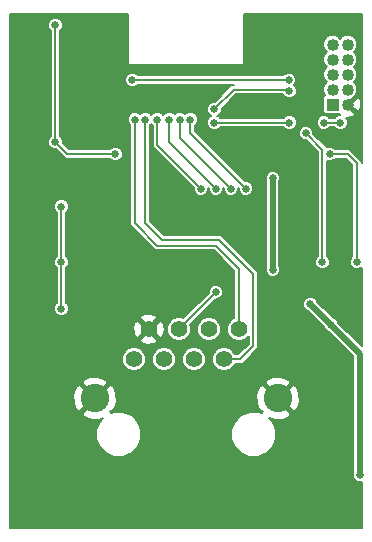
<source format=gbr>
G04 #@! TF.FileFunction,Copper,L2,Bot,Signal*
%FSLAX46Y46*%
G04 Gerber Fmt 4.6, Leading zero omitted, Abs format (unit mm)*
G04 Created by KiCad (PCBNEW 4.0.4-stable) date Sunday, February 26, 2017 'PMt' 06:01:27 PM*
%MOMM*%
%LPD*%
G01*
G04 APERTURE LIST*
%ADD10C,0.100000*%
%ADD11C,1.397000*%
%ADD12C,2.413000*%
%ADD13R,1.016000X1.016000*%
%ADD14C,1.016000*%
%ADD15C,0.635000*%
%ADD16C,0.508000*%
%ADD17C,0.203200*%
G04 APERTURE END LIST*
D10*
D11*
X140639800Y-82905600D03*
X141909800Y-80365600D03*
X143179800Y-82905600D03*
X144449800Y-80365600D03*
X145719800Y-82905600D03*
X146989800Y-80365600D03*
X148259800Y-82905600D03*
X149529800Y-80365600D03*
D12*
X152834800Y-86205600D03*
X137334800Y-86205600D03*
D13*
X157480000Y-61341000D03*
D14*
X158750000Y-61341000D03*
X157480000Y-60071000D03*
X158750000Y-60071000D03*
X157480000Y-58801000D03*
X158750000Y-58801000D03*
X157480000Y-57531000D03*
X158750000Y-57531000D03*
X157480000Y-56261000D03*
X158750000Y-56261000D03*
D15*
X155956000Y-67818000D03*
X158369000Y-71247000D03*
X158866840Y-64008000D03*
X153797000Y-58293000D03*
X148463000Y-63754000D03*
X157480000Y-82804000D03*
X154432000Y-92710000D03*
X155194000Y-95504000D03*
X143764000Y-68326000D03*
X137541000Y-74676000D03*
X131064000Y-80518000D03*
X132842000Y-71755000D03*
X131064000Y-76200000D03*
X131064000Y-68580000D03*
X131064000Y-60198000D03*
X130683000Y-57404000D03*
X139827000Y-55626000D03*
X152400000Y-75311000D03*
X152400000Y-67564000D03*
X157353000Y-80010000D03*
X155575000Y-78232000D03*
X159766000Y-92710000D03*
X134493000Y-74676000D03*
X134493000Y-69977000D03*
X134493000Y-78613000D03*
X133985000Y-54610000D03*
X139065000Y-65532000D03*
X133985000Y-64516000D03*
X147574000Y-77216000D03*
X141605000Y-62611000D03*
X140716000Y-62611000D03*
X159512000Y-74676000D03*
X157226000Y-65532000D03*
X156591000Y-74676000D03*
X155194000Y-63754000D03*
X147574000Y-68453000D03*
X143637000Y-62611000D03*
X148844000Y-68453000D03*
X144526000Y-62611000D03*
X150114000Y-68453000D03*
X145415000Y-62611000D03*
X146304000Y-68453000D03*
X142621000Y-62611000D03*
X153771600Y-59258200D03*
X140487400Y-59258200D03*
X147447000Y-61722000D03*
X153797000Y-60198000D03*
X147447000Y-62865000D03*
X158115000Y-62865000D03*
X156718000Y-62865000D03*
X153797000Y-62865000D03*
D16*
X152400000Y-67564000D02*
X152400000Y-75311000D01*
X159766000Y-82423000D02*
X157353000Y-80010000D01*
X157353000Y-80010000D02*
X155575000Y-78232000D01*
X159766000Y-92710000D02*
X159766000Y-82423000D01*
D17*
X134493000Y-78613000D02*
X134493000Y-74676000D01*
X134493000Y-74676000D02*
X134493000Y-69977000D01*
X133985000Y-64516000D02*
X133985000Y-54610000D01*
X135001000Y-65532000D02*
X139065000Y-65532000D01*
X133985000Y-64516000D02*
X135001000Y-65532000D01*
X144449800Y-80365600D02*
X147574000Y-77241400D01*
X147574000Y-77241400D02*
X147574000Y-77216000D01*
X149631400Y-82905600D02*
X148259800Y-82905600D01*
X150749000Y-81788000D02*
X149631400Y-82905600D01*
X150749000Y-75692000D02*
X150749000Y-81788000D01*
X147828000Y-72771000D02*
X150749000Y-75692000D01*
X143002000Y-72771000D02*
X147828000Y-72771000D01*
X141605000Y-71374000D02*
X143002000Y-72771000D01*
X141605000Y-62611000D02*
X141605000Y-71374000D01*
X149529800Y-75234800D02*
X149529800Y-80365600D01*
X147574000Y-73279000D02*
X149529800Y-75234800D01*
X142621000Y-73279000D02*
X147574000Y-73279000D01*
X140716000Y-71374000D02*
X142621000Y-73279000D01*
X140716000Y-62611000D02*
X140716000Y-71374000D01*
X158750000Y-65532000D02*
X157226000Y-65532000D01*
X159512000Y-66294000D02*
X158750000Y-65532000D01*
X159512000Y-74676000D02*
X159512000Y-66294000D01*
X156591000Y-65659000D02*
X156591000Y-65151000D01*
X156591000Y-74676000D02*
X156591000Y-65659000D01*
X156591000Y-65151000D02*
X155194000Y-63754000D01*
X143637000Y-64516000D02*
X147574000Y-68453000D01*
X143637000Y-62611000D02*
X143637000Y-64516000D01*
X144526000Y-64135000D02*
X148844000Y-68453000D01*
X144526000Y-62611000D02*
X144526000Y-64135000D01*
X145415000Y-63754000D02*
X150114000Y-68453000D01*
X145415000Y-62611000D02*
X145415000Y-63754000D01*
X142621000Y-64770000D02*
X146304000Y-68453000D01*
X142621000Y-62611000D02*
X142621000Y-64770000D01*
X153771600Y-59258200D02*
X140487400Y-59258200D01*
X149098000Y-60071000D02*
X153670000Y-60071000D01*
X147447000Y-61722000D02*
X149098000Y-60071000D01*
X153670000Y-60071000D02*
X153797000Y-60198000D01*
X147447000Y-62865000D02*
X153797000Y-62865000D01*
X156718000Y-62865000D02*
X158115000Y-62865000D01*
G36*
X140106400Y-57912000D02*
X140114405Y-57951528D01*
X140137157Y-57984828D01*
X140171073Y-58006652D01*
X140208000Y-58013600D01*
X149860000Y-58013600D01*
X149899528Y-58005595D01*
X149932828Y-57982843D01*
X149954652Y-57948927D01*
X149961600Y-57912000D01*
X149961600Y-53695600D01*
X159918400Y-53695600D01*
X159918400Y-66294000D01*
X159887465Y-66138477D01*
X159799368Y-66006632D01*
X159037368Y-65244632D01*
X158905523Y-65156535D01*
X158750000Y-65125600D01*
X157699607Y-65125600D01*
X157578965Y-65004747D01*
X157350326Y-64909808D01*
X157102760Y-64909592D01*
X156950982Y-64972305D01*
X156878368Y-64863632D01*
X155816259Y-63801523D01*
X155816408Y-63630760D01*
X155721868Y-63401956D01*
X155546965Y-63226747D01*
X155318326Y-63131808D01*
X155070760Y-63131592D01*
X154841956Y-63226132D01*
X154666747Y-63401035D01*
X154571808Y-63629674D01*
X154571592Y-63877240D01*
X154666132Y-64106044D01*
X154841035Y-64281253D01*
X155069674Y-64376192D01*
X155241606Y-64376342D01*
X156184600Y-65319336D01*
X156184600Y-74202393D01*
X156063747Y-74323035D01*
X155968808Y-74551674D01*
X155968592Y-74799240D01*
X156063132Y-75028044D01*
X156238035Y-75203253D01*
X156466674Y-75298192D01*
X156714240Y-75298408D01*
X156943044Y-75203868D01*
X157118253Y-75028965D01*
X157213192Y-74800326D01*
X157213408Y-74552760D01*
X157118868Y-74323956D01*
X156997400Y-74202275D01*
X156997400Y-66110894D01*
X157101674Y-66154192D01*
X157349240Y-66154408D01*
X157578044Y-66059868D01*
X157699725Y-65938400D01*
X158581664Y-65938400D01*
X159105600Y-66462336D01*
X159105600Y-74202393D01*
X158984747Y-74323035D01*
X158889808Y-74551674D01*
X158889592Y-74799240D01*
X158984132Y-75028044D01*
X159159035Y-75203253D01*
X159387674Y-75298192D01*
X159635240Y-75298408D01*
X159864044Y-75203868D01*
X159918400Y-75149607D01*
X159918400Y-81785138D01*
X157943994Y-79810732D01*
X157880868Y-79657956D01*
X157705965Y-79482747D01*
X157552132Y-79418870D01*
X156165994Y-78032732D01*
X156102868Y-77879956D01*
X155927965Y-77704747D01*
X155699326Y-77609808D01*
X155451760Y-77609592D01*
X155222956Y-77704132D01*
X155047747Y-77879035D01*
X154952808Y-78107674D01*
X154952592Y-78355240D01*
X155047132Y-78584044D01*
X155222035Y-78759253D01*
X155375868Y-78823130D01*
X156762006Y-80209268D01*
X156825132Y-80362044D01*
X157000035Y-80537253D01*
X157153868Y-80601130D01*
X159207200Y-82654462D01*
X159207200Y-92433009D01*
X159143808Y-92585674D01*
X159143592Y-92833240D01*
X159238132Y-93062044D01*
X159413035Y-93237253D01*
X159641674Y-93332192D01*
X159889240Y-93332408D01*
X159918400Y-93320359D01*
X159918400Y-97180400D01*
X130149600Y-97180400D01*
X130149600Y-87510093D01*
X136245833Y-87510093D01*
X136373397Y-87788137D01*
X137052190Y-88035586D01*
X137774007Y-88004437D01*
X138035507Y-87896121D01*
X137755931Y-88175209D01*
X137465332Y-88875050D01*
X137464670Y-89632826D01*
X137754048Y-90333173D01*
X138289409Y-90869469D01*
X138989250Y-91160068D01*
X139747026Y-91160730D01*
X140447373Y-90871352D01*
X140983669Y-90335991D01*
X141274268Y-89636150D01*
X141274270Y-89632826D01*
X148894670Y-89632826D01*
X149184048Y-90333173D01*
X149719409Y-90869469D01*
X150419250Y-91160068D01*
X151177026Y-91160730D01*
X151877373Y-90871352D01*
X152413669Y-90335991D01*
X152704268Y-89636150D01*
X152704930Y-88878374D01*
X152415552Y-88178027D01*
X152113841Y-87875789D01*
X152552190Y-88035586D01*
X153274007Y-88004437D01*
X153796203Y-87788137D01*
X153923767Y-87510093D01*
X152834800Y-86421126D01*
X152820658Y-86435269D01*
X152605132Y-86219743D01*
X152619274Y-86205600D01*
X153050326Y-86205600D01*
X154139293Y-87294567D01*
X154417337Y-87167003D01*
X154664786Y-86488210D01*
X154633637Y-85766393D01*
X154417337Y-85244197D01*
X154139293Y-85116633D01*
X153050326Y-86205600D01*
X152619274Y-86205600D01*
X151530307Y-85116633D01*
X151252263Y-85244197D01*
X151004814Y-85922990D01*
X151035963Y-86644807D01*
X151252263Y-87167003D01*
X151530305Y-87294566D01*
X151419108Y-87405763D01*
X151495224Y-87481879D01*
X151180350Y-87351132D01*
X150422574Y-87350470D01*
X149722227Y-87639848D01*
X149185931Y-88175209D01*
X148895332Y-88875050D01*
X148894670Y-89632826D01*
X141274270Y-89632826D01*
X141274930Y-88878374D01*
X140985552Y-88178027D01*
X140450191Y-87641731D01*
X139750350Y-87351132D01*
X138992574Y-87350470D01*
X138674261Y-87481994D01*
X138750492Y-87405763D01*
X138639295Y-87294566D01*
X138917337Y-87167003D01*
X139164786Y-86488210D01*
X139133637Y-85766393D01*
X138917337Y-85244197D01*
X138639293Y-85116633D01*
X137550326Y-86205600D01*
X137564469Y-86219743D01*
X137348943Y-86435269D01*
X137334800Y-86421126D01*
X136245833Y-87510093D01*
X130149600Y-87510093D01*
X130149600Y-85922990D01*
X135504814Y-85922990D01*
X135535963Y-86644807D01*
X135752263Y-87167003D01*
X136030307Y-87294567D01*
X137119274Y-86205600D01*
X136030307Y-85116633D01*
X135752263Y-85244197D01*
X135504814Y-85922990D01*
X130149600Y-85922990D01*
X130149600Y-84901107D01*
X136245833Y-84901107D01*
X137334800Y-85990074D01*
X138423767Y-84901107D01*
X151745833Y-84901107D01*
X152834800Y-85990074D01*
X153923767Y-84901107D01*
X153796203Y-84623063D01*
X153117410Y-84375614D01*
X152395593Y-84406763D01*
X151873397Y-84623063D01*
X151745833Y-84901107D01*
X138423767Y-84901107D01*
X138296203Y-84623063D01*
X137617410Y-84375614D01*
X136895593Y-84406763D01*
X136373397Y-84623063D01*
X136245833Y-84901107D01*
X130149600Y-84901107D01*
X130149600Y-83104293D01*
X139636326Y-83104293D01*
X139788748Y-83473181D01*
X140070734Y-83755661D01*
X140439356Y-83908726D01*
X140838493Y-83909074D01*
X141207381Y-83756652D01*
X141489861Y-83474666D01*
X141642926Y-83106044D01*
X141642927Y-83104293D01*
X142176326Y-83104293D01*
X142328748Y-83473181D01*
X142610734Y-83755661D01*
X142979356Y-83908726D01*
X143378493Y-83909074D01*
X143747381Y-83756652D01*
X144029861Y-83474666D01*
X144182926Y-83106044D01*
X144182927Y-83104293D01*
X144716326Y-83104293D01*
X144868748Y-83473181D01*
X145150734Y-83755661D01*
X145519356Y-83908726D01*
X145918493Y-83909074D01*
X146287381Y-83756652D01*
X146569861Y-83474666D01*
X146722926Y-83106044D01*
X146723274Y-82706907D01*
X146570852Y-82338019D01*
X146288866Y-82055539D01*
X145920244Y-81902474D01*
X145521107Y-81902126D01*
X145152219Y-82054548D01*
X144869739Y-82336534D01*
X144716674Y-82705156D01*
X144716326Y-83104293D01*
X144182927Y-83104293D01*
X144183274Y-82706907D01*
X144030852Y-82338019D01*
X143748866Y-82055539D01*
X143380244Y-81902474D01*
X142981107Y-81902126D01*
X142612219Y-82054548D01*
X142329739Y-82336534D01*
X142176674Y-82705156D01*
X142176326Y-83104293D01*
X141642927Y-83104293D01*
X141643274Y-82706907D01*
X141490852Y-82338019D01*
X141208866Y-82055539D01*
X140840244Y-81902474D01*
X140441107Y-81902126D01*
X140072219Y-82054548D01*
X139789739Y-82336534D01*
X139636674Y-82705156D01*
X139636326Y-83104293D01*
X130149600Y-83104293D01*
X130149600Y-81301707D01*
X141189219Y-81301707D01*
X141254284Y-81527119D01*
X141748676Y-81689558D01*
X142267598Y-81650438D01*
X142565316Y-81527119D01*
X142630381Y-81301707D01*
X141909800Y-80581126D01*
X141189219Y-81301707D01*
X130149600Y-81301707D01*
X130149600Y-80204476D01*
X140585842Y-80204476D01*
X140624962Y-80723398D01*
X140748281Y-81021116D01*
X140973693Y-81086181D01*
X141694274Y-80365600D01*
X142125326Y-80365600D01*
X142845907Y-81086181D01*
X143071319Y-81021116D01*
X143221414Y-80564293D01*
X143446326Y-80564293D01*
X143598748Y-80933181D01*
X143880734Y-81215661D01*
X144249356Y-81368726D01*
X144648493Y-81369074D01*
X145017381Y-81216652D01*
X145299861Y-80934666D01*
X145452926Y-80566044D01*
X145452927Y-80564293D01*
X145986326Y-80564293D01*
X146138748Y-80933181D01*
X146420734Y-81215661D01*
X146789356Y-81368726D01*
X147188493Y-81369074D01*
X147557381Y-81216652D01*
X147839861Y-80934666D01*
X147992926Y-80566044D01*
X147993274Y-80166907D01*
X147840852Y-79798019D01*
X147558866Y-79515539D01*
X147190244Y-79362474D01*
X146791107Y-79362126D01*
X146422219Y-79514548D01*
X146139739Y-79796534D01*
X145986674Y-80165156D01*
X145986326Y-80564293D01*
X145452927Y-80564293D01*
X145453274Y-80166907D01*
X145386013Y-80004123D01*
X147551855Y-77838281D01*
X147697240Y-77838408D01*
X147926044Y-77743868D01*
X148101253Y-77568965D01*
X148196192Y-77340326D01*
X148196408Y-77092760D01*
X148101868Y-76863956D01*
X147926965Y-76688747D01*
X147698326Y-76593808D01*
X147450760Y-76593592D01*
X147221956Y-76688132D01*
X147046747Y-76863035D01*
X146951808Y-77091674D01*
X146951636Y-77289028D01*
X144811310Y-79429354D01*
X144650244Y-79362474D01*
X144251107Y-79362126D01*
X143882219Y-79514548D01*
X143599739Y-79796534D01*
X143446674Y-80165156D01*
X143446326Y-80564293D01*
X143221414Y-80564293D01*
X143233758Y-80526724D01*
X143194638Y-80007802D01*
X143071319Y-79710084D01*
X142845907Y-79645019D01*
X142125326Y-80365600D01*
X141694274Y-80365600D01*
X140973693Y-79645019D01*
X140748281Y-79710084D01*
X140585842Y-80204476D01*
X130149600Y-80204476D01*
X130149600Y-79429493D01*
X141189219Y-79429493D01*
X141909800Y-80150074D01*
X142630381Y-79429493D01*
X142565316Y-79204081D01*
X142070924Y-79041642D01*
X141552002Y-79080762D01*
X141254284Y-79204081D01*
X141189219Y-79429493D01*
X130149600Y-79429493D01*
X130149600Y-70100240D01*
X133870592Y-70100240D01*
X133965132Y-70329044D01*
X134086600Y-70450725D01*
X134086600Y-74202393D01*
X133965747Y-74323035D01*
X133870808Y-74551674D01*
X133870592Y-74799240D01*
X133965132Y-75028044D01*
X134086600Y-75149725D01*
X134086600Y-78139393D01*
X133965747Y-78260035D01*
X133870808Y-78488674D01*
X133870592Y-78736240D01*
X133965132Y-78965044D01*
X134140035Y-79140253D01*
X134368674Y-79235192D01*
X134616240Y-79235408D01*
X134845044Y-79140868D01*
X135020253Y-78965965D01*
X135115192Y-78737326D01*
X135115408Y-78489760D01*
X135020868Y-78260956D01*
X134899400Y-78139275D01*
X134899400Y-75149607D01*
X135020253Y-75028965D01*
X135115192Y-74800326D01*
X135115408Y-74552760D01*
X135020868Y-74323956D01*
X134899400Y-74202275D01*
X134899400Y-70450607D01*
X135020253Y-70329965D01*
X135115192Y-70101326D01*
X135115408Y-69853760D01*
X135020868Y-69624956D01*
X134845965Y-69449747D01*
X134617326Y-69354808D01*
X134369760Y-69354592D01*
X134140956Y-69449132D01*
X133965747Y-69624035D01*
X133870808Y-69852674D01*
X133870592Y-70100240D01*
X130149600Y-70100240D01*
X130149600Y-54733240D01*
X133362592Y-54733240D01*
X133457132Y-54962044D01*
X133578600Y-55083725D01*
X133578600Y-64042393D01*
X133457747Y-64163035D01*
X133362808Y-64391674D01*
X133362592Y-64639240D01*
X133457132Y-64868044D01*
X133632035Y-65043253D01*
X133860674Y-65138192D01*
X134032606Y-65138342D01*
X134713632Y-65819368D01*
X134845477Y-65907465D01*
X135001000Y-65938400D01*
X138591393Y-65938400D01*
X138712035Y-66059253D01*
X138940674Y-66154192D01*
X139188240Y-66154408D01*
X139417044Y-66059868D01*
X139592253Y-65884965D01*
X139687192Y-65656326D01*
X139687408Y-65408760D01*
X139592868Y-65179956D01*
X139417965Y-65004747D01*
X139189326Y-64909808D01*
X138941760Y-64909592D01*
X138712956Y-65004132D01*
X138591275Y-65125600D01*
X135169336Y-65125600D01*
X134607259Y-64563523D01*
X134607408Y-64392760D01*
X134512868Y-64163956D01*
X134391400Y-64042275D01*
X134391400Y-62734240D01*
X140093592Y-62734240D01*
X140188132Y-62963044D01*
X140309600Y-63084725D01*
X140309600Y-71374000D01*
X140340535Y-71529523D01*
X140428632Y-71661368D01*
X142333632Y-73566368D01*
X142465477Y-73654465D01*
X142621000Y-73685400D01*
X147405664Y-73685400D01*
X149123400Y-75403136D01*
X149123400Y-79447949D01*
X148962219Y-79514548D01*
X148679739Y-79796534D01*
X148526674Y-80165156D01*
X148526326Y-80564293D01*
X148678748Y-80933181D01*
X148960734Y-81215661D01*
X149329356Y-81368726D01*
X149728493Y-81369074D01*
X150097381Y-81216652D01*
X150342600Y-80971862D01*
X150342600Y-81619664D01*
X149463064Y-82499200D01*
X149177451Y-82499200D01*
X149110852Y-82338019D01*
X148828866Y-82055539D01*
X148460244Y-81902474D01*
X148061107Y-81902126D01*
X147692219Y-82054548D01*
X147409739Y-82336534D01*
X147256674Y-82705156D01*
X147256326Y-83104293D01*
X147408748Y-83473181D01*
X147690734Y-83755661D01*
X148059356Y-83908726D01*
X148458493Y-83909074D01*
X148827381Y-83756652D01*
X149109861Y-83474666D01*
X149177406Y-83312000D01*
X149631400Y-83312000D01*
X149786923Y-83281065D01*
X149918768Y-83192968D01*
X151036368Y-82075368D01*
X151124465Y-81943523D01*
X151155400Y-81788000D01*
X151155400Y-75692000D01*
X151124465Y-75536477D01*
X151036368Y-75404632D01*
X148115368Y-72483632D01*
X147983523Y-72395535D01*
X147828000Y-72364600D01*
X143170336Y-72364600D01*
X142011400Y-71205664D01*
X142011400Y-63084607D01*
X142113119Y-62983066D01*
X142214600Y-63084725D01*
X142214600Y-64770000D01*
X142245535Y-64925523D01*
X142333632Y-65057368D01*
X145681741Y-68405478D01*
X145681592Y-68576240D01*
X145776132Y-68805044D01*
X145951035Y-68980253D01*
X146179674Y-69075192D01*
X146427240Y-69075408D01*
X146656044Y-68980868D01*
X146831253Y-68805965D01*
X146926192Y-68577326D01*
X146926364Y-68380100D01*
X146951741Y-68405477D01*
X146951592Y-68576240D01*
X147046132Y-68805044D01*
X147221035Y-68980253D01*
X147449674Y-69075192D01*
X147697240Y-69075408D01*
X147926044Y-68980868D01*
X148101253Y-68805965D01*
X148196192Y-68577326D01*
X148196364Y-68380100D01*
X148221741Y-68405477D01*
X148221592Y-68576240D01*
X148316132Y-68805044D01*
X148491035Y-68980253D01*
X148719674Y-69075192D01*
X148967240Y-69075408D01*
X149196044Y-68980868D01*
X149371253Y-68805965D01*
X149466192Y-68577326D01*
X149466364Y-68380101D01*
X149491741Y-68405478D01*
X149491592Y-68576240D01*
X149586132Y-68805044D01*
X149761035Y-68980253D01*
X149989674Y-69075192D01*
X150237240Y-69075408D01*
X150466044Y-68980868D01*
X150641253Y-68805965D01*
X150736192Y-68577326D01*
X150736408Y-68329760D01*
X150641868Y-68100956D01*
X150466965Y-67925747D01*
X150238326Y-67830808D01*
X150066395Y-67830658D01*
X149922977Y-67687240D01*
X151777592Y-67687240D01*
X151841200Y-67841183D01*
X151841200Y-75034009D01*
X151777808Y-75186674D01*
X151777592Y-75434240D01*
X151872132Y-75663044D01*
X152047035Y-75838253D01*
X152275674Y-75933192D01*
X152523240Y-75933408D01*
X152752044Y-75838868D01*
X152927253Y-75663965D01*
X153022192Y-75435326D01*
X153022408Y-75187760D01*
X152958800Y-75033817D01*
X152958800Y-67840991D01*
X153022192Y-67688326D01*
X153022408Y-67440760D01*
X152927868Y-67211956D01*
X152752965Y-67036747D01*
X152524326Y-66941808D01*
X152276760Y-66941592D01*
X152047956Y-67036132D01*
X151872747Y-67211035D01*
X151777808Y-67439674D01*
X151777592Y-67687240D01*
X149922977Y-67687240D01*
X145821400Y-63585664D01*
X145821400Y-63084607D01*
X145942253Y-62963965D01*
X146037192Y-62735326D01*
X146037408Y-62487760D01*
X145942868Y-62258956D01*
X145767965Y-62083747D01*
X145539326Y-61988808D01*
X145291760Y-61988592D01*
X145062956Y-62083132D01*
X144970492Y-62175434D01*
X144878965Y-62083747D01*
X144650326Y-61988808D01*
X144402760Y-61988592D01*
X144173956Y-62083132D01*
X144081492Y-62175434D01*
X143989965Y-62083747D01*
X143761326Y-61988808D01*
X143513760Y-61988592D01*
X143284956Y-62083132D01*
X143128881Y-62238934D01*
X142973965Y-62083747D01*
X142745326Y-61988808D01*
X142497760Y-61988592D01*
X142268956Y-62083132D01*
X142112881Y-62238934D01*
X141957965Y-62083747D01*
X141729326Y-61988808D01*
X141481760Y-61988592D01*
X141252956Y-62083132D01*
X141160492Y-62175434D01*
X141068965Y-62083747D01*
X140840326Y-61988808D01*
X140592760Y-61988592D01*
X140363956Y-62083132D01*
X140188747Y-62258035D01*
X140093808Y-62486674D01*
X140093592Y-62734240D01*
X134391400Y-62734240D01*
X134391400Y-59381440D01*
X139864992Y-59381440D01*
X139959532Y-59610244D01*
X140134435Y-59785453D01*
X140363074Y-59880392D01*
X140610640Y-59880608D01*
X140839444Y-59786068D01*
X140961125Y-59664600D01*
X149098000Y-59664600D01*
X148942478Y-59695534D01*
X148810632Y-59783632D01*
X147494523Y-61099741D01*
X147323760Y-61099592D01*
X147094956Y-61194132D01*
X146919747Y-61369035D01*
X146824808Y-61597674D01*
X146824592Y-61845240D01*
X146919132Y-62074044D01*
X147094035Y-62249253D01*
X147200574Y-62293492D01*
X147094956Y-62337132D01*
X146919747Y-62512035D01*
X146824808Y-62740674D01*
X146824592Y-62988240D01*
X146919132Y-63217044D01*
X147094035Y-63392253D01*
X147322674Y-63487192D01*
X147570240Y-63487408D01*
X147799044Y-63392868D01*
X147920725Y-63271400D01*
X153323393Y-63271400D01*
X153444035Y-63392253D01*
X153672674Y-63487192D01*
X153920240Y-63487408D01*
X154149044Y-63392868D01*
X154324253Y-63217965D01*
X154419192Y-62989326D01*
X154419192Y-62988240D01*
X156095592Y-62988240D01*
X156190132Y-63217044D01*
X156365035Y-63392253D01*
X156593674Y-63487192D01*
X156841240Y-63487408D01*
X157070044Y-63392868D01*
X157191725Y-63271400D01*
X157641393Y-63271400D01*
X157762035Y-63392253D01*
X157990674Y-63487192D01*
X158238240Y-63487408D01*
X158467044Y-63392868D01*
X158642253Y-63217965D01*
X158737192Y-62989326D01*
X158737408Y-62741760D01*
X158642868Y-62512956D01*
X158591377Y-62461375D01*
X158634570Y-62474633D01*
X159077179Y-62432513D01*
X159290466Y-62344167D01*
X159331849Y-62138375D01*
X158750000Y-61556526D01*
X158735858Y-61570669D01*
X158520332Y-61355143D01*
X158534474Y-61341000D01*
X158965526Y-61341000D01*
X159547375Y-61922849D01*
X159753167Y-61881466D01*
X159883633Y-61456430D01*
X159841513Y-61013821D01*
X159753167Y-60800534D01*
X159547375Y-60759151D01*
X158965526Y-61341000D01*
X158534474Y-61341000D01*
X158520332Y-61326858D01*
X158735858Y-61111332D01*
X158750000Y-61125474D01*
X159048263Y-60827211D01*
X159209813Y-60760460D01*
X159438657Y-60532016D01*
X159562659Y-60233385D01*
X159562941Y-59910033D01*
X159439460Y-59611187D01*
X159264474Y-59435895D01*
X159438657Y-59262016D01*
X159562659Y-58963385D01*
X159562941Y-58640033D01*
X159439460Y-58341187D01*
X159264474Y-58165895D01*
X159438657Y-57992016D01*
X159562659Y-57693385D01*
X159562941Y-57370033D01*
X159439460Y-57071187D01*
X159264474Y-56895895D01*
X159438657Y-56722016D01*
X159562659Y-56423385D01*
X159562941Y-56100033D01*
X159439460Y-55801187D01*
X159211016Y-55572343D01*
X158912385Y-55448341D01*
X158589033Y-55448059D01*
X158290187Y-55571540D01*
X158114895Y-55746526D01*
X157941016Y-55572343D01*
X157642385Y-55448341D01*
X157319033Y-55448059D01*
X157020187Y-55571540D01*
X156791343Y-55799984D01*
X156667341Y-56098615D01*
X156667059Y-56421967D01*
X156790540Y-56720813D01*
X156965526Y-56896105D01*
X156791343Y-57069984D01*
X156667341Y-57368615D01*
X156667059Y-57691967D01*
X156790540Y-57990813D01*
X156965526Y-58166105D01*
X156791343Y-58339984D01*
X156667341Y-58638615D01*
X156667059Y-58961967D01*
X156790540Y-59260813D01*
X156965526Y-59436105D01*
X156791343Y-59609984D01*
X156667341Y-59908615D01*
X156667059Y-60231967D01*
X156790540Y-60530813D01*
X156825035Y-60565369D01*
X156755308Y-60610237D01*
X156685713Y-60712093D01*
X156661229Y-60833000D01*
X156661229Y-61849000D01*
X156682482Y-61961952D01*
X156749237Y-62065692D01*
X156851093Y-62135287D01*
X156972000Y-62159771D01*
X157960096Y-62159771D01*
X158042962Y-62242637D01*
X157991760Y-62242592D01*
X157762956Y-62337132D01*
X157641275Y-62458600D01*
X157191607Y-62458600D01*
X157070965Y-62337747D01*
X156842326Y-62242808D01*
X156594760Y-62242592D01*
X156365956Y-62337132D01*
X156190747Y-62512035D01*
X156095808Y-62740674D01*
X156095592Y-62988240D01*
X154419192Y-62988240D01*
X154419408Y-62741760D01*
X154324868Y-62512956D01*
X154149965Y-62337747D01*
X153921326Y-62242808D01*
X153673760Y-62242592D01*
X153444956Y-62337132D01*
X153323275Y-62458600D01*
X147920607Y-62458600D01*
X147799965Y-62337747D01*
X147693426Y-62293508D01*
X147799044Y-62249868D01*
X147974253Y-62074965D01*
X148069192Y-61846326D01*
X148069342Y-61674394D01*
X149266336Y-60477400D01*
X153239116Y-60477400D01*
X153269132Y-60550044D01*
X153444035Y-60725253D01*
X153672674Y-60820192D01*
X153920240Y-60820408D01*
X154149044Y-60725868D01*
X154324253Y-60550965D01*
X154419192Y-60322326D01*
X154419408Y-60074760D01*
X154324868Y-59845956D01*
X154194488Y-59715348D01*
X154298853Y-59611165D01*
X154393792Y-59382526D01*
X154394008Y-59134960D01*
X154299468Y-58906156D01*
X154124565Y-58730947D01*
X153895926Y-58636008D01*
X153648360Y-58635792D01*
X153419556Y-58730332D01*
X153297875Y-58851800D01*
X140961007Y-58851800D01*
X140840365Y-58730947D01*
X140611726Y-58636008D01*
X140364160Y-58635792D01*
X140135356Y-58730332D01*
X139960147Y-58905235D01*
X139865208Y-59133874D01*
X139864992Y-59381440D01*
X134391400Y-59381440D01*
X134391400Y-55083607D01*
X134512253Y-54962965D01*
X134607192Y-54734326D01*
X134607408Y-54486760D01*
X134512868Y-54257956D01*
X134337965Y-54082747D01*
X134109326Y-53987808D01*
X133861760Y-53987592D01*
X133632956Y-54082132D01*
X133457747Y-54257035D01*
X133362808Y-54485674D01*
X133362592Y-54733240D01*
X130149600Y-54733240D01*
X130149600Y-53695600D01*
X140106400Y-53695600D01*
X140106400Y-57912000D01*
X140106400Y-57912000D01*
G37*
X140106400Y-57912000D02*
X140114405Y-57951528D01*
X140137157Y-57984828D01*
X140171073Y-58006652D01*
X140208000Y-58013600D01*
X149860000Y-58013600D01*
X149899528Y-58005595D01*
X149932828Y-57982843D01*
X149954652Y-57948927D01*
X149961600Y-57912000D01*
X149961600Y-53695600D01*
X159918400Y-53695600D01*
X159918400Y-66294000D01*
X159887465Y-66138477D01*
X159799368Y-66006632D01*
X159037368Y-65244632D01*
X158905523Y-65156535D01*
X158750000Y-65125600D01*
X157699607Y-65125600D01*
X157578965Y-65004747D01*
X157350326Y-64909808D01*
X157102760Y-64909592D01*
X156950982Y-64972305D01*
X156878368Y-64863632D01*
X155816259Y-63801523D01*
X155816408Y-63630760D01*
X155721868Y-63401956D01*
X155546965Y-63226747D01*
X155318326Y-63131808D01*
X155070760Y-63131592D01*
X154841956Y-63226132D01*
X154666747Y-63401035D01*
X154571808Y-63629674D01*
X154571592Y-63877240D01*
X154666132Y-64106044D01*
X154841035Y-64281253D01*
X155069674Y-64376192D01*
X155241606Y-64376342D01*
X156184600Y-65319336D01*
X156184600Y-74202393D01*
X156063747Y-74323035D01*
X155968808Y-74551674D01*
X155968592Y-74799240D01*
X156063132Y-75028044D01*
X156238035Y-75203253D01*
X156466674Y-75298192D01*
X156714240Y-75298408D01*
X156943044Y-75203868D01*
X157118253Y-75028965D01*
X157213192Y-74800326D01*
X157213408Y-74552760D01*
X157118868Y-74323956D01*
X156997400Y-74202275D01*
X156997400Y-66110894D01*
X157101674Y-66154192D01*
X157349240Y-66154408D01*
X157578044Y-66059868D01*
X157699725Y-65938400D01*
X158581664Y-65938400D01*
X159105600Y-66462336D01*
X159105600Y-74202393D01*
X158984747Y-74323035D01*
X158889808Y-74551674D01*
X158889592Y-74799240D01*
X158984132Y-75028044D01*
X159159035Y-75203253D01*
X159387674Y-75298192D01*
X159635240Y-75298408D01*
X159864044Y-75203868D01*
X159918400Y-75149607D01*
X159918400Y-81785138D01*
X157943994Y-79810732D01*
X157880868Y-79657956D01*
X157705965Y-79482747D01*
X157552132Y-79418870D01*
X156165994Y-78032732D01*
X156102868Y-77879956D01*
X155927965Y-77704747D01*
X155699326Y-77609808D01*
X155451760Y-77609592D01*
X155222956Y-77704132D01*
X155047747Y-77879035D01*
X154952808Y-78107674D01*
X154952592Y-78355240D01*
X155047132Y-78584044D01*
X155222035Y-78759253D01*
X155375868Y-78823130D01*
X156762006Y-80209268D01*
X156825132Y-80362044D01*
X157000035Y-80537253D01*
X157153868Y-80601130D01*
X159207200Y-82654462D01*
X159207200Y-92433009D01*
X159143808Y-92585674D01*
X159143592Y-92833240D01*
X159238132Y-93062044D01*
X159413035Y-93237253D01*
X159641674Y-93332192D01*
X159889240Y-93332408D01*
X159918400Y-93320359D01*
X159918400Y-97180400D01*
X130149600Y-97180400D01*
X130149600Y-87510093D01*
X136245833Y-87510093D01*
X136373397Y-87788137D01*
X137052190Y-88035586D01*
X137774007Y-88004437D01*
X138035507Y-87896121D01*
X137755931Y-88175209D01*
X137465332Y-88875050D01*
X137464670Y-89632826D01*
X137754048Y-90333173D01*
X138289409Y-90869469D01*
X138989250Y-91160068D01*
X139747026Y-91160730D01*
X140447373Y-90871352D01*
X140983669Y-90335991D01*
X141274268Y-89636150D01*
X141274270Y-89632826D01*
X148894670Y-89632826D01*
X149184048Y-90333173D01*
X149719409Y-90869469D01*
X150419250Y-91160068D01*
X151177026Y-91160730D01*
X151877373Y-90871352D01*
X152413669Y-90335991D01*
X152704268Y-89636150D01*
X152704930Y-88878374D01*
X152415552Y-88178027D01*
X152113841Y-87875789D01*
X152552190Y-88035586D01*
X153274007Y-88004437D01*
X153796203Y-87788137D01*
X153923767Y-87510093D01*
X152834800Y-86421126D01*
X152820658Y-86435269D01*
X152605132Y-86219743D01*
X152619274Y-86205600D01*
X153050326Y-86205600D01*
X154139293Y-87294567D01*
X154417337Y-87167003D01*
X154664786Y-86488210D01*
X154633637Y-85766393D01*
X154417337Y-85244197D01*
X154139293Y-85116633D01*
X153050326Y-86205600D01*
X152619274Y-86205600D01*
X151530307Y-85116633D01*
X151252263Y-85244197D01*
X151004814Y-85922990D01*
X151035963Y-86644807D01*
X151252263Y-87167003D01*
X151530305Y-87294566D01*
X151419108Y-87405763D01*
X151495224Y-87481879D01*
X151180350Y-87351132D01*
X150422574Y-87350470D01*
X149722227Y-87639848D01*
X149185931Y-88175209D01*
X148895332Y-88875050D01*
X148894670Y-89632826D01*
X141274270Y-89632826D01*
X141274930Y-88878374D01*
X140985552Y-88178027D01*
X140450191Y-87641731D01*
X139750350Y-87351132D01*
X138992574Y-87350470D01*
X138674261Y-87481994D01*
X138750492Y-87405763D01*
X138639295Y-87294566D01*
X138917337Y-87167003D01*
X139164786Y-86488210D01*
X139133637Y-85766393D01*
X138917337Y-85244197D01*
X138639293Y-85116633D01*
X137550326Y-86205600D01*
X137564469Y-86219743D01*
X137348943Y-86435269D01*
X137334800Y-86421126D01*
X136245833Y-87510093D01*
X130149600Y-87510093D01*
X130149600Y-85922990D01*
X135504814Y-85922990D01*
X135535963Y-86644807D01*
X135752263Y-87167003D01*
X136030307Y-87294567D01*
X137119274Y-86205600D01*
X136030307Y-85116633D01*
X135752263Y-85244197D01*
X135504814Y-85922990D01*
X130149600Y-85922990D01*
X130149600Y-84901107D01*
X136245833Y-84901107D01*
X137334800Y-85990074D01*
X138423767Y-84901107D01*
X151745833Y-84901107D01*
X152834800Y-85990074D01*
X153923767Y-84901107D01*
X153796203Y-84623063D01*
X153117410Y-84375614D01*
X152395593Y-84406763D01*
X151873397Y-84623063D01*
X151745833Y-84901107D01*
X138423767Y-84901107D01*
X138296203Y-84623063D01*
X137617410Y-84375614D01*
X136895593Y-84406763D01*
X136373397Y-84623063D01*
X136245833Y-84901107D01*
X130149600Y-84901107D01*
X130149600Y-83104293D01*
X139636326Y-83104293D01*
X139788748Y-83473181D01*
X140070734Y-83755661D01*
X140439356Y-83908726D01*
X140838493Y-83909074D01*
X141207381Y-83756652D01*
X141489861Y-83474666D01*
X141642926Y-83106044D01*
X141642927Y-83104293D01*
X142176326Y-83104293D01*
X142328748Y-83473181D01*
X142610734Y-83755661D01*
X142979356Y-83908726D01*
X143378493Y-83909074D01*
X143747381Y-83756652D01*
X144029861Y-83474666D01*
X144182926Y-83106044D01*
X144182927Y-83104293D01*
X144716326Y-83104293D01*
X144868748Y-83473181D01*
X145150734Y-83755661D01*
X145519356Y-83908726D01*
X145918493Y-83909074D01*
X146287381Y-83756652D01*
X146569861Y-83474666D01*
X146722926Y-83106044D01*
X146723274Y-82706907D01*
X146570852Y-82338019D01*
X146288866Y-82055539D01*
X145920244Y-81902474D01*
X145521107Y-81902126D01*
X145152219Y-82054548D01*
X144869739Y-82336534D01*
X144716674Y-82705156D01*
X144716326Y-83104293D01*
X144182927Y-83104293D01*
X144183274Y-82706907D01*
X144030852Y-82338019D01*
X143748866Y-82055539D01*
X143380244Y-81902474D01*
X142981107Y-81902126D01*
X142612219Y-82054548D01*
X142329739Y-82336534D01*
X142176674Y-82705156D01*
X142176326Y-83104293D01*
X141642927Y-83104293D01*
X141643274Y-82706907D01*
X141490852Y-82338019D01*
X141208866Y-82055539D01*
X140840244Y-81902474D01*
X140441107Y-81902126D01*
X140072219Y-82054548D01*
X139789739Y-82336534D01*
X139636674Y-82705156D01*
X139636326Y-83104293D01*
X130149600Y-83104293D01*
X130149600Y-81301707D01*
X141189219Y-81301707D01*
X141254284Y-81527119D01*
X141748676Y-81689558D01*
X142267598Y-81650438D01*
X142565316Y-81527119D01*
X142630381Y-81301707D01*
X141909800Y-80581126D01*
X141189219Y-81301707D01*
X130149600Y-81301707D01*
X130149600Y-80204476D01*
X140585842Y-80204476D01*
X140624962Y-80723398D01*
X140748281Y-81021116D01*
X140973693Y-81086181D01*
X141694274Y-80365600D01*
X142125326Y-80365600D01*
X142845907Y-81086181D01*
X143071319Y-81021116D01*
X143221414Y-80564293D01*
X143446326Y-80564293D01*
X143598748Y-80933181D01*
X143880734Y-81215661D01*
X144249356Y-81368726D01*
X144648493Y-81369074D01*
X145017381Y-81216652D01*
X145299861Y-80934666D01*
X145452926Y-80566044D01*
X145452927Y-80564293D01*
X145986326Y-80564293D01*
X146138748Y-80933181D01*
X146420734Y-81215661D01*
X146789356Y-81368726D01*
X147188493Y-81369074D01*
X147557381Y-81216652D01*
X147839861Y-80934666D01*
X147992926Y-80566044D01*
X147993274Y-80166907D01*
X147840852Y-79798019D01*
X147558866Y-79515539D01*
X147190244Y-79362474D01*
X146791107Y-79362126D01*
X146422219Y-79514548D01*
X146139739Y-79796534D01*
X145986674Y-80165156D01*
X145986326Y-80564293D01*
X145452927Y-80564293D01*
X145453274Y-80166907D01*
X145386013Y-80004123D01*
X147551855Y-77838281D01*
X147697240Y-77838408D01*
X147926044Y-77743868D01*
X148101253Y-77568965D01*
X148196192Y-77340326D01*
X148196408Y-77092760D01*
X148101868Y-76863956D01*
X147926965Y-76688747D01*
X147698326Y-76593808D01*
X147450760Y-76593592D01*
X147221956Y-76688132D01*
X147046747Y-76863035D01*
X146951808Y-77091674D01*
X146951636Y-77289028D01*
X144811310Y-79429354D01*
X144650244Y-79362474D01*
X144251107Y-79362126D01*
X143882219Y-79514548D01*
X143599739Y-79796534D01*
X143446674Y-80165156D01*
X143446326Y-80564293D01*
X143221414Y-80564293D01*
X143233758Y-80526724D01*
X143194638Y-80007802D01*
X143071319Y-79710084D01*
X142845907Y-79645019D01*
X142125326Y-80365600D01*
X141694274Y-80365600D01*
X140973693Y-79645019D01*
X140748281Y-79710084D01*
X140585842Y-80204476D01*
X130149600Y-80204476D01*
X130149600Y-79429493D01*
X141189219Y-79429493D01*
X141909800Y-80150074D01*
X142630381Y-79429493D01*
X142565316Y-79204081D01*
X142070924Y-79041642D01*
X141552002Y-79080762D01*
X141254284Y-79204081D01*
X141189219Y-79429493D01*
X130149600Y-79429493D01*
X130149600Y-70100240D01*
X133870592Y-70100240D01*
X133965132Y-70329044D01*
X134086600Y-70450725D01*
X134086600Y-74202393D01*
X133965747Y-74323035D01*
X133870808Y-74551674D01*
X133870592Y-74799240D01*
X133965132Y-75028044D01*
X134086600Y-75149725D01*
X134086600Y-78139393D01*
X133965747Y-78260035D01*
X133870808Y-78488674D01*
X133870592Y-78736240D01*
X133965132Y-78965044D01*
X134140035Y-79140253D01*
X134368674Y-79235192D01*
X134616240Y-79235408D01*
X134845044Y-79140868D01*
X135020253Y-78965965D01*
X135115192Y-78737326D01*
X135115408Y-78489760D01*
X135020868Y-78260956D01*
X134899400Y-78139275D01*
X134899400Y-75149607D01*
X135020253Y-75028965D01*
X135115192Y-74800326D01*
X135115408Y-74552760D01*
X135020868Y-74323956D01*
X134899400Y-74202275D01*
X134899400Y-70450607D01*
X135020253Y-70329965D01*
X135115192Y-70101326D01*
X135115408Y-69853760D01*
X135020868Y-69624956D01*
X134845965Y-69449747D01*
X134617326Y-69354808D01*
X134369760Y-69354592D01*
X134140956Y-69449132D01*
X133965747Y-69624035D01*
X133870808Y-69852674D01*
X133870592Y-70100240D01*
X130149600Y-70100240D01*
X130149600Y-54733240D01*
X133362592Y-54733240D01*
X133457132Y-54962044D01*
X133578600Y-55083725D01*
X133578600Y-64042393D01*
X133457747Y-64163035D01*
X133362808Y-64391674D01*
X133362592Y-64639240D01*
X133457132Y-64868044D01*
X133632035Y-65043253D01*
X133860674Y-65138192D01*
X134032606Y-65138342D01*
X134713632Y-65819368D01*
X134845477Y-65907465D01*
X135001000Y-65938400D01*
X138591393Y-65938400D01*
X138712035Y-66059253D01*
X138940674Y-66154192D01*
X139188240Y-66154408D01*
X139417044Y-66059868D01*
X139592253Y-65884965D01*
X139687192Y-65656326D01*
X139687408Y-65408760D01*
X139592868Y-65179956D01*
X139417965Y-65004747D01*
X139189326Y-64909808D01*
X138941760Y-64909592D01*
X138712956Y-65004132D01*
X138591275Y-65125600D01*
X135169336Y-65125600D01*
X134607259Y-64563523D01*
X134607408Y-64392760D01*
X134512868Y-64163956D01*
X134391400Y-64042275D01*
X134391400Y-62734240D01*
X140093592Y-62734240D01*
X140188132Y-62963044D01*
X140309600Y-63084725D01*
X140309600Y-71374000D01*
X140340535Y-71529523D01*
X140428632Y-71661368D01*
X142333632Y-73566368D01*
X142465477Y-73654465D01*
X142621000Y-73685400D01*
X147405664Y-73685400D01*
X149123400Y-75403136D01*
X149123400Y-79447949D01*
X148962219Y-79514548D01*
X148679739Y-79796534D01*
X148526674Y-80165156D01*
X148526326Y-80564293D01*
X148678748Y-80933181D01*
X148960734Y-81215661D01*
X149329356Y-81368726D01*
X149728493Y-81369074D01*
X150097381Y-81216652D01*
X150342600Y-80971862D01*
X150342600Y-81619664D01*
X149463064Y-82499200D01*
X149177451Y-82499200D01*
X149110852Y-82338019D01*
X148828866Y-82055539D01*
X148460244Y-81902474D01*
X148061107Y-81902126D01*
X147692219Y-82054548D01*
X147409739Y-82336534D01*
X147256674Y-82705156D01*
X147256326Y-83104293D01*
X147408748Y-83473181D01*
X147690734Y-83755661D01*
X148059356Y-83908726D01*
X148458493Y-83909074D01*
X148827381Y-83756652D01*
X149109861Y-83474666D01*
X149177406Y-83312000D01*
X149631400Y-83312000D01*
X149786923Y-83281065D01*
X149918768Y-83192968D01*
X151036368Y-82075368D01*
X151124465Y-81943523D01*
X151155400Y-81788000D01*
X151155400Y-75692000D01*
X151124465Y-75536477D01*
X151036368Y-75404632D01*
X148115368Y-72483632D01*
X147983523Y-72395535D01*
X147828000Y-72364600D01*
X143170336Y-72364600D01*
X142011400Y-71205664D01*
X142011400Y-63084607D01*
X142113119Y-62983066D01*
X142214600Y-63084725D01*
X142214600Y-64770000D01*
X142245535Y-64925523D01*
X142333632Y-65057368D01*
X145681741Y-68405478D01*
X145681592Y-68576240D01*
X145776132Y-68805044D01*
X145951035Y-68980253D01*
X146179674Y-69075192D01*
X146427240Y-69075408D01*
X146656044Y-68980868D01*
X146831253Y-68805965D01*
X146926192Y-68577326D01*
X146926364Y-68380100D01*
X146951741Y-68405477D01*
X146951592Y-68576240D01*
X147046132Y-68805044D01*
X147221035Y-68980253D01*
X147449674Y-69075192D01*
X147697240Y-69075408D01*
X147926044Y-68980868D01*
X148101253Y-68805965D01*
X148196192Y-68577326D01*
X148196364Y-68380100D01*
X148221741Y-68405477D01*
X148221592Y-68576240D01*
X148316132Y-68805044D01*
X148491035Y-68980253D01*
X148719674Y-69075192D01*
X148967240Y-69075408D01*
X149196044Y-68980868D01*
X149371253Y-68805965D01*
X149466192Y-68577326D01*
X149466364Y-68380101D01*
X149491741Y-68405478D01*
X149491592Y-68576240D01*
X149586132Y-68805044D01*
X149761035Y-68980253D01*
X149989674Y-69075192D01*
X150237240Y-69075408D01*
X150466044Y-68980868D01*
X150641253Y-68805965D01*
X150736192Y-68577326D01*
X150736408Y-68329760D01*
X150641868Y-68100956D01*
X150466965Y-67925747D01*
X150238326Y-67830808D01*
X150066395Y-67830658D01*
X149922977Y-67687240D01*
X151777592Y-67687240D01*
X151841200Y-67841183D01*
X151841200Y-75034009D01*
X151777808Y-75186674D01*
X151777592Y-75434240D01*
X151872132Y-75663044D01*
X152047035Y-75838253D01*
X152275674Y-75933192D01*
X152523240Y-75933408D01*
X152752044Y-75838868D01*
X152927253Y-75663965D01*
X153022192Y-75435326D01*
X153022408Y-75187760D01*
X152958800Y-75033817D01*
X152958800Y-67840991D01*
X153022192Y-67688326D01*
X153022408Y-67440760D01*
X152927868Y-67211956D01*
X152752965Y-67036747D01*
X152524326Y-66941808D01*
X152276760Y-66941592D01*
X152047956Y-67036132D01*
X151872747Y-67211035D01*
X151777808Y-67439674D01*
X151777592Y-67687240D01*
X149922977Y-67687240D01*
X145821400Y-63585664D01*
X145821400Y-63084607D01*
X145942253Y-62963965D01*
X146037192Y-62735326D01*
X146037408Y-62487760D01*
X145942868Y-62258956D01*
X145767965Y-62083747D01*
X145539326Y-61988808D01*
X145291760Y-61988592D01*
X145062956Y-62083132D01*
X144970492Y-62175434D01*
X144878965Y-62083747D01*
X144650326Y-61988808D01*
X144402760Y-61988592D01*
X144173956Y-62083132D01*
X144081492Y-62175434D01*
X143989965Y-62083747D01*
X143761326Y-61988808D01*
X143513760Y-61988592D01*
X143284956Y-62083132D01*
X143128881Y-62238934D01*
X142973965Y-62083747D01*
X142745326Y-61988808D01*
X142497760Y-61988592D01*
X142268956Y-62083132D01*
X142112881Y-62238934D01*
X141957965Y-62083747D01*
X141729326Y-61988808D01*
X141481760Y-61988592D01*
X141252956Y-62083132D01*
X141160492Y-62175434D01*
X141068965Y-62083747D01*
X140840326Y-61988808D01*
X140592760Y-61988592D01*
X140363956Y-62083132D01*
X140188747Y-62258035D01*
X140093808Y-62486674D01*
X140093592Y-62734240D01*
X134391400Y-62734240D01*
X134391400Y-59381440D01*
X139864992Y-59381440D01*
X139959532Y-59610244D01*
X140134435Y-59785453D01*
X140363074Y-59880392D01*
X140610640Y-59880608D01*
X140839444Y-59786068D01*
X140961125Y-59664600D01*
X149098000Y-59664600D01*
X148942478Y-59695534D01*
X148810632Y-59783632D01*
X147494523Y-61099741D01*
X147323760Y-61099592D01*
X147094956Y-61194132D01*
X146919747Y-61369035D01*
X146824808Y-61597674D01*
X146824592Y-61845240D01*
X146919132Y-62074044D01*
X147094035Y-62249253D01*
X147200574Y-62293492D01*
X147094956Y-62337132D01*
X146919747Y-62512035D01*
X146824808Y-62740674D01*
X146824592Y-62988240D01*
X146919132Y-63217044D01*
X147094035Y-63392253D01*
X147322674Y-63487192D01*
X147570240Y-63487408D01*
X147799044Y-63392868D01*
X147920725Y-63271400D01*
X153323393Y-63271400D01*
X153444035Y-63392253D01*
X153672674Y-63487192D01*
X153920240Y-63487408D01*
X154149044Y-63392868D01*
X154324253Y-63217965D01*
X154419192Y-62989326D01*
X154419192Y-62988240D01*
X156095592Y-62988240D01*
X156190132Y-63217044D01*
X156365035Y-63392253D01*
X156593674Y-63487192D01*
X156841240Y-63487408D01*
X157070044Y-63392868D01*
X157191725Y-63271400D01*
X157641393Y-63271400D01*
X157762035Y-63392253D01*
X157990674Y-63487192D01*
X158238240Y-63487408D01*
X158467044Y-63392868D01*
X158642253Y-63217965D01*
X158737192Y-62989326D01*
X158737408Y-62741760D01*
X158642868Y-62512956D01*
X158591377Y-62461375D01*
X158634570Y-62474633D01*
X159077179Y-62432513D01*
X159290466Y-62344167D01*
X159331849Y-62138375D01*
X158750000Y-61556526D01*
X158735858Y-61570669D01*
X158520332Y-61355143D01*
X158534474Y-61341000D01*
X158965526Y-61341000D01*
X159547375Y-61922849D01*
X159753167Y-61881466D01*
X159883633Y-61456430D01*
X159841513Y-61013821D01*
X159753167Y-60800534D01*
X159547375Y-60759151D01*
X158965526Y-61341000D01*
X158534474Y-61341000D01*
X158520332Y-61326858D01*
X158735858Y-61111332D01*
X158750000Y-61125474D01*
X159048263Y-60827211D01*
X159209813Y-60760460D01*
X159438657Y-60532016D01*
X159562659Y-60233385D01*
X159562941Y-59910033D01*
X159439460Y-59611187D01*
X159264474Y-59435895D01*
X159438657Y-59262016D01*
X159562659Y-58963385D01*
X159562941Y-58640033D01*
X159439460Y-58341187D01*
X159264474Y-58165895D01*
X159438657Y-57992016D01*
X159562659Y-57693385D01*
X159562941Y-57370033D01*
X159439460Y-57071187D01*
X159264474Y-56895895D01*
X159438657Y-56722016D01*
X159562659Y-56423385D01*
X159562941Y-56100033D01*
X159439460Y-55801187D01*
X159211016Y-55572343D01*
X158912385Y-55448341D01*
X158589033Y-55448059D01*
X158290187Y-55571540D01*
X158114895Y-55746526D01*
X157941016Y-55572343D01*
X157642385Y-55448341D01*
X157319033Y-55448059D01*
X157020187Y-55571540D01*
X156791343Y-55799984D01*
X156667341Y-56098615D01*
X156667059Y-56421967D01*
X156790540Y-56720813D01*
X156965526Y-56896105D01*
X156791343Y-57069984D01*
X156667341Y-57368615D01*
X156667059Y-57691967D01*
X156790540Y-57990813D01*
X156965526Y-58166105D01*
X156791343Y-58339984D01*
X156667341Y-58638615D01*
X156667059Y-58961967D01*
X156790540Y-59260813D01*
X156965526Y-59436105D01*
X156791343Y-59609984D01*
X156667341Y-59908615D01*
X156667059Y-60231967D01*
X156790540Y-60530813D01*
X156825035Y-60565369D01*
X156755308Y-60610237D01*
X156685713Y-60712093D01*
X156661229Y-60833000D01*
X156661229Y-61849000D01*
X156682482Y-61961952D01*
X156749237Y-62065692D01*
X156851093Y-62135287D01*
X156972000Y-62159771D01*
X157960096Y-62159771D01*
X158042962Y-62242637D01*
X157991760Y-62242592D01*
X157762956Y-62337132D01*
X157641275Y-62458600D01*
X157191607Y-62458600D01*
X157070965Y-62337747D01*
X156842326Y-62242808D01*
X156594760Y-62242592D01*
X156365956Y-62337132D01*
X156190747Y-62512035D01*
X156095808Y-62740674D01*
X156095592Y-62988240D01*
X154419192Y-62988240D01*
X154419408Y-62741760D01*
X154324868Y-62512956D01*
X154149965Y-62337747D01*
X153921326Y-62242808D01*
X153673760Y-62242592D01*
X153444956Y-62337132D01*
X153323275Y-62458600D01*
X147920607Y-62458600D01*
X147799965Y-62337747D01*
X147693426Y-62293508D01*
X147799044Y-62249868D01*
X147974253Y-62074965D01*
X148069192Y-61846326D01*
X148069342Y-61674394D01*
X149266336Y-60477400D01*
X153239116Y-60477400D01*
X153269132Y-60550044D01*
X153444035Y-60725253D01*
X153672674Y-60820192D01*
X153920240Y-60820408D01*
X154149044Y-60725868D01*
X154324253Y-60550965D01*
X154419192Y-60322326D01*
X154419408Y-60074760D01*
X154324868Y-59845956D01*
X154194488Y-59715348D01*
X154298853Y-59611165D01*
X154393792Y-59382526D01*
X154394008Y-59134960D01*
X154299468Y-58906156D01*
X154124565Y-58730947D01*
X153895926Y-58636008D01*
X153648360Y-58635792D01*
X153419556Y-58730332D01*
X153297875Y-58851800D01*
X140961007Y-58851800D01*
X140840365Y-58730947D01*
X140611726Y-58636008D01*
X140364160Y-58635792D01*
X140135356Y-58730332D01*
X139960147Y-58905235D01*
X139865208Y-59133874D01*
X139864992Y-59381440D01*
X134391400Y-59381440D01*
X134391400Y-55083607D01*
X134512253Y-54962965D01*
X134607192Y-54734326D01*
X134607408Y-54486760D01*
X134512868Y-54257956D01*
X134337965Y-54082747D01*
X134109326Y-53987808D01*
X133861760Y-53987592D01*
X133632956Y-54082132D01*
X133457747Y-54257035D01*
X133362808Y-54485674D01*
X133362592Y-54733240D01*
X130149600Y-54733240D01*
X130149600Y-53695600D01*
X140106400Y-53695600D01*
X140106400Y-57912000D01*
M02*

</source>
